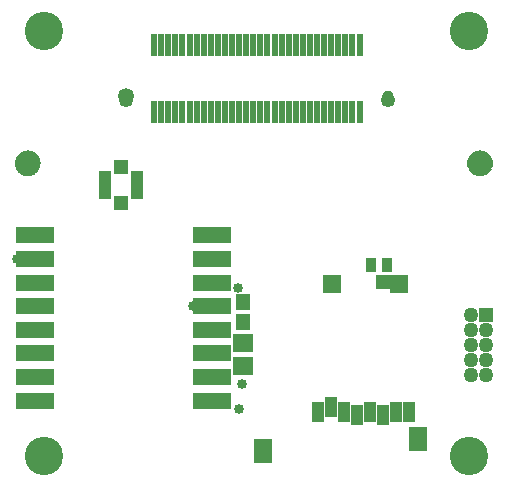
<source format=gbs>
G75*
%MOIN*%
%OFA0B0*%
%FSLAX25Y25*%
%IPPOS*%
%LPD*%
%AMOC8*
5,1,8,0,0,1.08239X$1,22.5*
%
%ADD10C,0.12795*%
%ADD11R,0.04331X0.09646*%
%ADD12R,0.04921X0.05118*%
%ADD13C,0.05315*%
%ADD14C,0.03740*%
%ADD15R,0.02362X0.07677*%
%ADD16C,0.04921*%
%ADD17C,0.04953*%
%ADD18R,0.04953X0.04953*%
%ADD19C,0.00500*%
%ADD20R,0.03740X0.04528*%
%ADD21R,0.12795X0.05709*%
%ADD22R,0.06890X0.06102*%
%ADD23R,0.04921X0.05315*%
%ADD24C,0.03346*%
%ADD25R,0.04134X0.06890*%
%ADD26R,0.06496X0.08465*%
%ADD27R,0.06102X0.06496*%
%ADD28R,0.04724X0.04921*%
D10*
X0014055Y0019299D03*
X0014055Y0161031D03*
X0155787Y0161031D03*
X0155787Y0019299D03*
D11*
X0045059Y0109850D03*
X0034232Y0109850D03*
D12*
X0039646Y0115854D03*
X0039646Y0103846D03*
D13*
X0041221Y0139383D03*
D14*
X0128621Y0139383D03*
D15*
X0119173Y0134063D03*
X0116811Y0134063D03*
X0114449Y0134063D03*
X0112087Y0134063D03*
X0109724Y0134063D03*
X0107362Y0134063D03*
X0105000Y0134063D03*
X0102638Y0134063D03*
X0100276Y0134063D03*
X0097913Y0134063D03*
X0095551Y0134063D03*
X0093189Y0134063D03*
X0090827Y0134063D03*
X0088465Y0134063D03*
X0086102Y0134063D03*
X0083740Y0134063D03*
X0081378Y0134063D03*
X0079016Y0134063D03*
X0076654Y0134063D03*
X0074291Y0134063D03*
X0071929Y0134063D03*
X0069567Y0134063D03*
X0067205Y0134063D03*
X0064843Y0134063D03*
X0062480Y0134063D03*
X0060118Y0134063D03*
X0057756Y0134063D03*
X0055394Y0134063D03*
X0053031Y0134063D03*
X0050669Y0134063D03*
X0050669Y0156504D03*
X0053031Y0156504D03*
X0055394Y0156504D03*
X0057756Y0156504D03*
X0060118Y0156504D03*
X0062480Y0156504D03*
X0064843Y0156504D03*
X0067205Y0156504D03*
X0069567Y0156504D03*
X0071929Y0156504D03*
X0074291Y0156504D03*
X0076654Y0156504D03*
X0079016Y0156504D03*
X0081378Y0156504D03*
X0083740Y0156504D03*
X0086102Y0156504D03*
X0088465Y0156504D03*
X0090827Y0156504D03*
X0093189Y0156504D03*
X0095551Y0156504D03*
X0097913Y0156504D03*
X0100276Y0156504D03*
X0102638Y0156504D03*
X0105000Y0156504D03*
X0107362Y0156504D03*
X0109724Y0156504D03*
X0112087Y0156504D03*
X0114449Y0156504D03*
X0116811Y0156504D03*
X0119173Y0156504D03*
D16*
X0128622Y0138197D03*
X0041220Y0138197D03*
D17*
X0156299Y0066465D03*
X0156299Y0061465D03*
X0161299Y0061465D03*
X0161299Y0056465D03*
X0156299Y0056465D03*
X0156299Y0051465D03*
X0161299Y0051465D03*
X0161299Y0046465D03*
X0156299Y0046465D03*
D18*
X0161299Y0066465D03*
D19*
X0159331Y0113000D02*
X0158647Y0113060D01*
X0157984Y0113237D01*
X0157362Y0113527D01*
X0156800Y0113921D01*
X0156315Y0114406D01*
X0155921Y0114969D01*
X0155631Y0115590D01*
X0155454Y0116253D01*
X0155394Y0116937D01*
X0155454Y0117621D01*
X0155631Y0118284D01*
X0155921Y0118906D01*
X0156315Y0119468D01*
X0156800Y0119953D01*
X0157362Y0120347D01*
X0157984Y0120637D01*
X0158647Y0120814D01*
X0159331Y0120874D01*
X0160014Y0120814D01*
X0160677Y0120637D01*
X0161299Y0120347D01*
X0161861Y0119953D01*
X0162347Y0119468D01*
X0162740Y0118906D01*
X0163030Y0118284D01*
X0163208Y0117621D01*
X0163268Y0116937D01*
X0163208Y0116253D01*
X0163030Y0115590D01*
X0162740Y0114969D01*
X0162347Y0114406D01*
X0161861Y0113921D01*
X0161299Y0113527D01*
X0160677Y0113237D01*
X0160014Y0113060D01*
X0159331Y0113000D01*
X0160435Y0113173D02*
X0158226Y0113173D01*
X0157157Y0113671D02*
X0161504Y0113671D01*
X0162110Y0114170D02*
X0156552Y0114170D01*
X0156131Y0114668D02*
X0162530Y0114668D01*
X0162833Y0115167D02*
X0155829Y0115167D01*
X0155611Y0115665D02*
X0163050Y0115665D01*
X0163184Y0116164D02*
X0155478Y0116164D01*
X0155418Y0116662D02*
X0163244Y0116662D01*
X0163248Y0117161D02*
X0155413Y0117161D01*
X0155464Y0117659D02*
X0163198Y0117659D01*
X0163064Y0118158D02*
X0155597Y0118158D01*
X0155805Y0118656D02*
X0162856Y0118656D01*
X0162566Y0119155D02*
X0156096Y0119155D01*
X0156500Y0119653D02*
X0162161Y0119653D01*
X0161577Y0120152D02*
X0157084Y0120152D01*
X0158035Y0120650D02*
X0160626Y0120650D01*
X0012480Y0116937D02*
X0012420Y0116253D01*
X0012243Y0115590D01*
X0011953Y0114969D01*
X0011559Y0114406D01*
X0011074Y0113921D01*
X0010512Y0113527D01*
X0009890Y0113237D01*
X0009227Y0113060D01*
X0008543Y0113000D01*
X0007860Y0113060D01*
X0007197Y0113237D01*
X0006575Y0113527D01*
X0006013Y0113921D01*
X0005527Y0114406D01*
X0005134Y0114969D01*
X0004844Y0115590D01*
X0004666Y0116253D01*
X0004606Y0116937D01*
X0004666Y0117621D01*
X0004844Y0118284D01*
X0005134Y0118906D01*
X0005527Y0119468D01*
X0006013Y0119953D01*
X0006575Y0120347D01*
X0007197Y0120637D01*
X0007860Y0120814D01*
X0008543Y0120874D01*
X0009227Y0120814D01*
X0009890Y0120637D01*
X0010512Y0120347D01*
X0011074Y0119953D01*
X0011559Y0119468D01*
X0011953Y0118906D01*
X0012243Y0118284D01*
X0012420Y0117621D01*
X0012480Y0116937D01*
X0012461Y0117161D02*
X0004626Y0117161D01*
X0004630Y0116662D02*
X0012456Y0116662D01*
X0012396Y0116164D02*
X0004690Y0116164D01*
X0004824Y0115665D02*
X0012263Y0115665D01*
X0012045Y0115167D02*
X0005041Y0115167D01*
X0005344Y0114668D02*
X0011743Y0114668D01*
X0011322Y0114170D02*
X0005764Y0114170D01*
X0006370Y0113671D02*
X0010717Y0113671D01*
X0009648Y0113173D02*
X0007439Y0113173D01*
X0004676Y0117659D02*
X0012410Y0117659D01*
X0012277Y0118158D02*
X0004810Y0118158D01*
X0005018Y0118656D02*
X0012069Y0118656D01*
X0011778Y0119155D02*
X0005308Y0119155D01*
X0005713Y0119653D02*
X0011374Y0119653D01*
X0010790Y0120152D02*
X0006297Y0120152D01*
X0007248Y0120650D02*
X0009839Y0120650D01*
D20*
X0123031Y0083079D03*
X0128150Y0083079D03*
D21*
X0069961Y0085047D03*
X0069961Y0077173D03*
X0069961Y0069299D03*
X0069961Y0061425D03*
X0069961Y0053551D03*
X0069961Y0045677D03*
X0069961Y0037803D03*
X0069961Y0092921D03*
X0010906Y0092921D03*
X0010906Y0085047D03*
X0010906Y0077173D03*
X0010906Y0069299D03*
X0010906Y0061425D03*
X0010906Y0053551D03*
X0010906Y0045677D03*
X0010906Y0037803D03*
D22*
X0080197Y0049417D03*
X0080197Y0056898D03*
D23*
X0080197Y0063984D03*
X0080197Y0070677D03*
D24*
X0078622Y0075205D03*
X0063661Y0069299D03*
X0079921Y0043472D03*
X0079016Y0035047D03*
X0005000Y0085047D03*
D25*
X0105315Y0033984D03*
X0109646Y0035559D03*
X0113976Y0033984D03*
X0118307Y0033197D03*
X0122638Y0033984D03*
X0126969Y0033197D03*
X0131299Y0033984D03*
X0135630Y0033984D03*
D26*
X0138740Y0024969D03*
X0086969Y0021031D03*
D27*
X0110000Y0076740D03*
X0132441Y0076740D03*
D28*
X0126969Y0077528D03*
M02*

</source>
